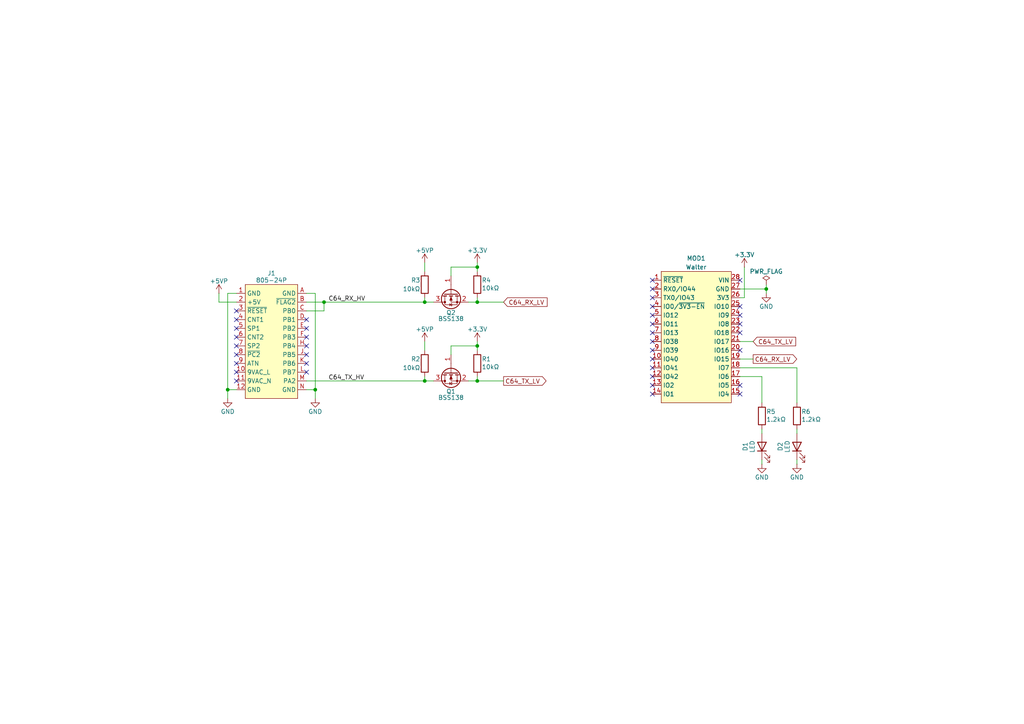
<source format=kicad_sch>
(kicad_sch (version 20250114) (generator "eeschema") (generator_version "9.0")
  (paper "A4")
  (title_block (title "C64 Cellular Expansion") (date "2025-10-10") (rev "1.0.0") (company "DPTechnics BV") (comment 1 "Engineer: Daan Pape"))
  (lib_symbols
    (symbol "Device:LED" (pin_numbers (hide yes)) (pin_names (offset 1.016) (hide yes))
      (property "Reference" "D" (at 0 2.54 0))
      (property "Value" "LED" (at 0 -2.54 0))
      (symbol "LED_0_1"
        (polyline (pts (xy -3.048 -0.762) (xy -4.572 -2.286) (xy -3.81 -2.286) (xy -4.572 -2.286) (xy -4.572 -1.524)))
        (polyline (pts (xy -1.778 -0.762) (xy -3.302 -2.286) (xy -2.54 -2.286) (xy -3.302 -2.286) (xy -3.302 -1.524)))
        (polyline (pts (xy -1.27 0) (xy 1.27 0)))
        (polyline (pts (xy -1.27 -1.27) (xy -1.27 1.27)) (stroke (width 0.254)))
        (polyline (pts (xy 1.27 -1.27) (xy 1.27 1.27) (xy -1.27 0) (xy 1.27 -1.27)) (stroke (width 0.254)))
      )
      (symbol "LED_1_1"
        (pin passive line (at -3.81 0 0) (length 2.54) (name "K") (number "1"))
        (pin passive line (at 3.81 0 180) (length 2.54) (name "A") (number "2"))
      )
    )
    (symbol "Device:R" (pin_numbers (hide yes)) (pin_names (offset 0))
      (property "Reference" "R" (at 2.032 0 90))
      (property "Value" "R" (at 0 0 90))
      (symbol "R_0_1"
        (rectangle (start -1.016 -2.54) (end 1.016 2.54) (stroke (width 0.254)))
      )
      (symbol "R_1_1"
        (pin passive line (at 0 3.81 270) (length 1.27) (name "~") (number "1"))
        (pin passive line (at 0 -3.81 90) (length 1.27) (name "~") (number "2"))
      )
    )
    (symbol "Transistor_FET:BSS138" (pin_names (offset 0) (hide yes))
      (property "Reference" "Q" (at 5.08 1.905 0))
      (property "Value" "BSS138" (at 5.08 0 0))
      (symbol "BSS138_0_1"
        (polyline (pts (xy 0.254 1.905) (xy 0.254 -1.905)) (stroke (width 0.254)))
        (polyline (pts (xy 0.254 0) (xy -2.54 0)))
        (polyline (pts (xy 0.762 2.286) (xy 0.762 1.27)) (stroke (width 0.254)))
        (polyline (pts (xy 0.762 0.508) (xy 0.762 -0.508)) (stroke (width 0.254)))
        (polyline (pts (xy 0.762 -1.27) (xy 0.762 -2.286)) (stroke (width 0.254)))
        (polyline (pts (xy 0.762 -1.778) (xy 3.302 -1.778) (xy 3.302 1.778) (xy 0.762 1.778)))
        (polyline (pts (xy 1.016 0) (xy 2.032 0.381) (xy 2.032 -0.381) (xy 1.016 0)) (fill (type outline)))
        (circle (center 1.651 0) (radius 2.794) (stroke (width 0.254)))
        (polyline (pts (xy 2.54 2.54) (xy 2.54 1.778)))
        (circle (center 2.54 1.778) (radius 0.254) (fill (type outline)))
        (circle (center 2.54 -1.778) (radius 0.254) (fill (type outline)))
        (polyline (pts (xy 2.54 -2.54) (xy 2.54 0) (xy 0.762 0)))
        (polyline (pts (xy 2.921 0.381) (xy 3.683 0.381)))
        (polyline (pts (xy 3.302 0.381) (xy 2.921 -0.254) (xy 3.683 -0.254) (xy 3.302 0.381)))
      )
      (symbol "BSS138_1_1"
        (pin input line (at -5.08 0 0) (length 2.54) (name "G") (number "1"))
        (pin passive line (at 2.54 5.08 270) (length 2.54) (name "D") (number "3"))
        (pin passive line (at 2.54 -5.08 90) (length 2.54) (name "S") (number "2"))
      )
    )
    (symbol "power:+3.3V" (power) (pin_numbers (hide yes)) (pin_names (offset 0) (hide yes))
      (property "Value" "+3.3V" (at 0 3.556 0))
      (symbol "+3.3V_0_1"
        (polyline (pts (xy -0.762 1.27) (xy 0 2.54)))
        (polyline (pts (xy 0 2.54) (xy 0.762 1.27)))
        (polyline (pts (xy 0 0) (xy 0 2.54)))
      )
      (symbol "+3.3V_1_1"
        (pin power_in line (at 0 0 90) (length 0) (name "~") (number "1"))
      )
    )
    (symbol "power:+5VP" (power) (pin_numbers (hide yes)) (pin_names (offset 0) (hide yes))
      (property "Value" "+5VP" (at 0 3.556 0))
      (symbol "+5VP_0_1"
        (polyline (pts (xy -0.762 1.27) (xy 0 2.54)))
        (polyline (pts (xy 0 2.54) (xy 0.762 1.27)))
        (polyline (pts (xy 0 0) (xy 0 2.54)))
      )
      (symbol "+5VP_1_1"
        (pin power_in line (at 0 0 90) (length 0) (name "~") (number "1"))
      )
    )
    (symbol "power:GND" (power) (pin_numbers (hide yes)) (pin_names (offset 0) (hide yes))
      (property "Value" "GND" (at 0 -3.81 0))
      (symbol "GND_0_1"
        (polyline (pts (xy 0 0) (xy 0 -1.27) (xy 1.27 -1.27) (xy 0 -2.54) (xy -1.27 -1.27) (xy 0 -1.27)))
      )
      (symbol "GND_1_1"
        (pin power_in line (at 0 0 270) (length 0) (name "~") (number "1"))
      )
    )
    (symbol "power:PWR_FLAG" (power) (pin_numbers (hide yes)) (pin_names (offset 0) (hide yes))
      (property "Value" "PWR_FLAG" (at 0 3.81 0))
      (symbol "PWR_FLAG_0_0"
        (pin power_out line (at 0 0 90) (length 0) (name "~") (number "1"))
      )
      (symbol "PWR_FLAG_0_1"
        (polyline (pts (xy 0 0) (xy 0 1.27) (xy -1.016 1.905) (xy 0 2.54) (xy 1.016 1.905) (xy 0 1.27)))
      )
    )
    (symbol "symbols:805-24P"
      (property "Reference" "J" (at 0 19.685 0))
      (property "Value" "805-24P" (at 0 17.78 0))
      (symbol "805-24P_0_1"
        (rectangle (start -7.62 16.51) (end 7.62 -16.51) (fill (type background)))
      )
      (symbol "805-24P_1_1"
        (pin passive line (at -10.16 13.97 0) (length 2.54) (name "GND") (number "1"))
        (pin power_out line (at -10.16 11.43 0) (length 2.54) (name "+5V") (number "2"))
        (pin bidirectional line (at -10.16 8.89 0) (length 2.54) (name "~{RESET}") (number "3"))
        (pin bidirectional line (at -10.16 6.35 0) (length 2.54) (name "CNT1") (number "4"))
        (pin bidirectional line (at -10.16 3.81 0) (length 2.54) (name "SP1") (number "5"))
        (pin bidirectional line (at -10.16 1.27 0) (length 2.54) (name "CNT2") (number "6"))
        (pin bidirectional line (at -10.16 -1.27 0) (length 2.54) (name "SP2") (number "7"))
        (pin output line (at -10.16 -3.81 0) (length 2.54) (name "~{PC2}") (number "8"))
        (pin input line (at -10.16 -6.35 0) (length 2.54) (name "ATN") (number "9"))
        (pin power_out line (at -10.16 -8.89 0) (length 2.54) (name "9VAC_L") (number "10"))
        (pin power_out line (at -10.16 -11.43 0) (length 2.54) (name "9VAC_N") (number "11"))
        (pin passive line (at -10.16 -13.97 0) (length 2.54) (name "GND") (number "12"))
        (pin passive line (at 10.16 13.97 180) (length 2.54) (name "GND") (number "A"))
        (pin output line (at 10.16 11.43 180) (length 2.54) (name "~{FLAG2}") (number "B"))
        (pin bidirectional line (at 10.16 8.89 180) (length 2.54) (name "PB0") (number "C"))
        (pin bidirectional line (at 10.16 6.35 180) (length 2.54) (name "PB1") (number "D"))
        (pin bidirectional line (at 10.16 3.81 180) (length 2.54) (name "PB2") (number "E"))
        (pin bidirectional line (at 10.16 1.27 180) (length 2.54) (name "PB3") (number "F"))
        (pin bidirectional line (at 10.16 -1.27 180) (length 2.54) (name "PB4") (number "H"))
        (pin bidirectional line (at 10.16 -3.81 180) (length 2.54) (name "PB5") (number "J"))
        (pin bidirectional line (at 10.16 -6.35 180) (length 2.54) (name "PB6") (number "K"))
        (pin bidirectional line (at 10.16 -8.89 180) (length 2.54) (name "PB7") (number "L"))
        (pin bidirectional line (at 10.16 -11.43 180) (length 2.54) (name "PA2") (number "M"))
        (pin passive line (at 10.16 -13.97 180) (length 2.54) (name "GND") (number "N"))
      )
    )
    (symbol "symbols:Walter"
      (property "Reference" "MOD" (at 0 20.955 0))
      (property "Value" "Walter" (at 0 19.05 0))
      (symbol "Walter_0_1"
        (rectangle (start -10.16 17.78) (end 10.16 -20.32) (stroke (width 0.1524)) (fill (type background)))
      )
      (symbol "Walter_1_1"
        (pin input line (at -12.7 15.24 0) (length 2.54) (name "~{RESET}") (number "1"))
        (pin bidirectional line (at -12.7 12.7 0) (length 2.54) (name "RX0/IO44") (number "2"))
        (pin bidirectional line (at -12.7 10.16 0) (length 2.54) (name "TX0/IO43") (number "3"))
        (pin bidirectional line (at -12.7 7.62 0) (length 2.54) (name "IO0/~{3V3-EN}") (number "4"))
        (pin bidirectional line (at -12.7 5.08 0) (length 2.54) (name "IO12") (number "5"))
        (pin bidirectional line (at -12.7 2.54 0) (length 2.54) (name "IO11") (number "6"))
        (pin bidirectional line (at -12.7 0 0) (length 2.54) (name "IO13") (number "7"))
        (pin bidirectional line (at -12.7 -2.54 0) (length 2.54) (name "IO38") (number "8"))
        (pin bidirectional line (at -12.7 -5.08 0) (length 2.54) (name "IO39") (number "9"))
        (pin input line (at -12.7 -7.62 0) (length 2.54) (name "IO40") (number "10"))
        (pin bidirectional line (at -12.7 -10.16 0) (length 2.54) (name "IO41") (number "11"))
        (pin bidirectional line (at -12.7 -12.7 0) (length 2.54) (name "IO42") (number "12"))
        (pin bidirectional line (at -12.7 -15.24 0) (length 2.54) (name "IO2") (number "13"))
        (pin bidirectional line (at -12.7 -17.78 0) (length 2.54) (name "IO1") (number "14"))
        (pin power_in line (at 12.7 15.24 180) (length 2.54) (name "VIN") (number "28"))
        (pin power_in line (at 12.7 12.7 180) (length 2.54) (name "GND") (number "27"))
        (pin power_out line (at 12.7 10.16 180) (length 2.54) (name "3V3") (number "26"))
        (pin bidirectional line (at 12.7 7.62 180) (length 2.54) (name "IO10") (number "25"))
        (pin bidirectional line (at 12.7 5.08 180) (length 2.54) (name "IO9") (number "24"))
        (pin bidirectional line (at 12.7 2.54 180) (length 2.54) (name "IO8") (number "23"))
        (pin bidirectional line (at 12.7 0 180) (length 2.54) (name "IO18") (number "22"))
        (pin bidirectional line (at 12.7 -2.54 180) (length 2.54) (name "IO17") (number "21"))
        (pin bidirectional line (at 12.7 -5.08 180) (length 2.54) (name "IO16") (number "20"))
        (pin bidirectional line (at 12.7 -7.62 180) (length 2.54) (name "IO15") (number "19"))
        (pin bidirectional line (at 12.7 -10.16 180) (length 2.54) (name "IO7") (number "18"))
        (pin bidirectional line (at 12.7 -12.7 180) (length 2.54) (name "IO6") (number "17"))
        (pin bidirectional line (at 12.7 -15.24 180) (length 2.54) (name "IO5") (number "16"))
        (pin bidirectional line (at 12.7 -17.78 180) (length 2.54) (name "IO4") (number "15"))
      )
    )
  )
  (junction (at 138.43 77.47))
  (junction (at 93.98 87.63))
  (junction (at 91.44 113.03))
  (junction (at 222.25 83.82))
  (junction (at 138.43 100.33))
  (junction (at 123.19 110.49))
  (junction (at 138.43 87.63))
  (junction (at 123.19 87.63))
  (junction (at 138.43 110.49))
  (junction (at 66.04 113.03))
  (no_connect (at 68.58 110.49))
  (no_connect (at 88.9 95.25))
  (no_connect (at 214.63 91.44))
  (no_connect (at 189.23 106.68))
  (no_connect (at 189.23 86.36))
  (no_connect (at 189.23 83.82))
  (no_connect (at 189.23 104.14))
  (no_connect (at 189.23 114.3))
  (no_connect (at 68.58 97.79))
  (no_connect (at 68.58 92.71))
  (no_connect (at 88.9 107.95))
  (no_connect (at 68.58 95.25))
  (no_connect (at 68.58 100.33))
  (no_connect (at 189.23 111.76))
  (no_connect (at 88.9 100.33))
  (no_connect (at 68.58 90.17))
  (no_connect (at 214.63 96.52))
  (no_connect (at 189.23 96.52))
  (no_connect (at 189.23 109.22))
  (no_connect (at 189.23 99.06))
  (no_connect (at 88.9 92.71))
  (no_connect (at 214.63 81.28))
  (no_connect (at 68.58 107.95))
  (no_connect (at 214.63 93.98))
  (no_connect (at 68.58 102.87))
  (no_connect (at 189.23 101.6))
  (no_connect (at 88.9 105.41))
  (no_connect (at 189.23 91.44))
  (no_connect (at 189.23 93.98))
  (no_connect (at 189.23 88.9))
  (no_connect (at 189.23 81.28))
  (no_connect (at 214.63 101.6))
  (no_connect (at 68.58 105.41))
  (no_connect (at 214.63 111.76))
  (no_connect (at 88.9 102.87))
  (no_connect (at 88.9 97.79))
  (no_connect (at 214.63 114.3))
  (no_connect (at 214.63 88.9))
  (wire (pts (xy 220.98 133.35) (xy 220.98 134.62)))
  (wire (pts (xy 138.43 109.22) (xy 138.43 110.49)))
  (wire (pts (xy 93.98 87.63) (xy 123.19 87.63)))
  (wire (pts (xy 123.19 99.06) (xy 123.19 101.6)))
  (wire (pts (xy 218.44 99.06) (xy 214.63 99.06)))
  (wire (pts (xy 231.14 124.46) (xy 231.14 125.73)))
  (wire (pts (xy 66.04 113.03) (xy 66.04 115.57)))
  (wire (pts (xy 125.73 87.63) (xy 123.19 87.63)))
  (wire (pts (xy 135.89 87.63) (xy 138.43 87.63)))
  (wire (pts (xy 214.63 83.82) (xy 222.25 83.82)))
  (wire (pts (xy 88.9 87.63) (xy 93.98 87.63)))
  (wire (pts (xy 138.43 78.74) (xy 138.43 77.47)))
  (wire (pts (xy 93.98 87.63) (xy 93.98 90.17)))
  (wire (pts (xy 138.43 77.47) (xy 130.81 77.47)))
  (wire (pts (xy 123.19 87.63) (xy 123.19 86.36)))
  (wire (pts (xy 88.9 110.49) (xy 123.19 110.49)))
  (wire (pts (xy 63.5 85.09) (xy 63.5 87.63)))
  (wire (pts (xy 138.43 110.49) (xy 146.05 110.49)))
  (wire (pts (xy 220.98 109.22) (xy 220.98 116.84)))
  (wire (pts (xy 231.14 106.68) (xy 231.14 116.84)))
  (wire (pts (xy 138.43 101.6) (xy 138.43 100.33)))
  (wire (pts (xy 138.43 99.06) (xy 138.43 100.33)))
  (wire (pts (xy 220.98 124.46) (xy 220.98 125.73)))
  (wire (pts (xy 123.19 110.49) (xy 123.19 109.22)))
  (wire (pts (xy 222.25 83.82) (xy 222.25 85.09)))
  (wire (pts (xy 138.43 100.33) (xy 130.81 100.33)))
  (wire (pts (xy 138.43 86.36) (xy 138.43 87.63)))
  (wire (pts (xy 88.9 90.17) (xy 93.98 90.17)))
  (wire (pts (xy 138.43 76.2) (xy 138.43 77.47)))
  (wire (pts (xy 91.44 113.03) (xy 91.44 115.57)))
  (wire (pts (xy 66.04 85.09) (xy 66.04 113.03)))
  (wire (pts (xy 68.58 85.09) (xy 66.04 85.09)))
  (wire (pts (xy 135.89 110.49) (xy 138.43 110.49)))
  (wire (pts (xy 218.44 104.14) (xy 214.63 104.14)))
  (wire (pts (xy 123.19 76.2) (xy 123.19 78.74)))
  (wire (pts (xy 231.14 133.35) (xy 231.14 134.62)))
  (wire (pts (xy 222.25 82.55) (xy 222.25 83.82)))
  (wire (pts (xy 214.63 86.36) (xy 215.9 86.36)))
  (wire (pts (xy 91.44 85.09) (xy 91.44 113.03)))
  (wire (pts (xy 220.98 109.22) (xy 214.63 109.22)))
  (wire (pts (xy 68.58 113.03) (xy 66.04 113.03)))
  (wire (pts (xy 130.81 100.33) (xy 130.81 102.87)))
  (wire (pts (xy 88.9 85.09) (xy 91.44 85.09)))
  (wire (pts (xy 138.43 87.63) (xy 146.05 87.63)))
  (wire (pts (xy 231.14 106.68) (xy 214.63 106.68)))
  (wire (pts (xy 63.5 87.63) (xy 68.58 87.63)))
  (wire (pts (xy 215.9 86.36) (xy 215.9 77.47)))
  (wire (pts (xy 130.81 77.47) (xy 130.81 80.01)))
  (wire (pts (xy 88.9 113.03) (xy 91.44 113.03)))
  (wire (pts (xy 125.73 110.49) (xy 123.19 110.49)))
  (label "C64_TX_HV" (at 95.25 110.49 0))
  (label "C64_RX_HV" (at 95.25 87.63 0))
  (global_label "C64_TX_LV" (shape output) (at 146.05 110.49 0) (property "Intersheetrefs" "${INTERSHEET_REFS}" (effects (hide yes))))
  (global_label "C64_RX_LV" (shape output) (at 218.44 104.14 0) (property "Intersheetrefs" "${INTERSHEET_REFS}" (effects (hide yes))))
  (global_label "C64_RX_LV" (shape input) (at 146.05 87.63 0) (property "Intersheetrefs" "${INTERSHEET_REFS}" (effects (hide yes))))
  (global_label "C64_TX_LV" (shape input) (at 218.44 99.06 0) (property "Intersheetrefs" "${INTERSHEET_REFS}" (effects (hide yes))))
  (symbol (lib_id "symbols:Walter") (at 201.93 96.52 0) (unit 1)
    (property "Reference" "MOD1" (at 201.93 74.93 0))
    (property "Value" "Walter" (at 201.93 77.47 0))
    (property "Footprint" "footprints:walter-socket" (effects (hide yes)))
    (property "Datasheet" "https://quickspot.io/datasheet/walter_datasheet.pdf" (effects (hide yes)))
  )
  (symbol (lib_id "power:+5VP") (at 123.19 99.06 0) (unit 1)
    (property "Reference" "#PWR06" (effects (hide yes)))
    (property "Value" "+5VP" (at 123.19 95.504 0))
    (property "Description" "Power symbol creates a global label with name \"+5VP\"" (effects (hide yes)))
  )
  (symbol (lib_id "Device:R") (at 123.19 105.41 0) (mirror y) (unit 1)
    (property "Reference" "R2" (at 121.92 104.14 0) (effects (justify left)))
    (property "Value" "10kΩ" (at 121.92 106.68 0) (effects (justify left)))
    (property "Footprint" "Resistor_SMD:R_0603_1608Metric" (effects (hide yes)))
    (property "Description" "Resistor" (effects (hide yes)))
  )
  (symbol (lib_id "Device:R") (at 220.98 120.65 0) (mirror y) (unit 1)
    (property "Reference" "R5" (at 222.25 119.38 0) (effects (justify right)))
    (property "Value" "1.2kΩ" (at 222.25 121.666 0) (effects (justify right)))
    (property "Footprint" "Resistor_SMD:R_0603_1608Metric" (effects (hide yes)))
    (property "Description" "Resistor" (effects (hide yes)))
  )
  (symbol (lib_id "Device:R") (at 231.14 120.65 0) (mirror y) (unit 1)
    (property "Reference" "R6" (at 232.41 119.38 0) (effects (justify right)))
    (property "Value" "1.2kΩ" (at 232.41 121.666 0) (effects (justify right)))
    (property "Footprint" "Resistor_SMD:R_0603_1608Metric" (effects (hide yes)))
    (property "Description" "Resistor" (effects (hide yes)))
  )
  (symbol (lib_id "power:GND") (at 222.25 85.09 0) (unit 1)
    (property "Reference" "#PWR04" (effects (hide yes)))
    (property "Value" "GND" (at 222.25 88.9 0))
    (property "Description" "Power symbol creates a global label with name \"GND\" , ground" (effects (hide yes)))
  )
  (symbol (lib_id "power:GND") (at 91.44 115.57 0) (unit 1)
    (property "Reference" "#PWR01" (effects (hide yes)))
    (property "Value" "GND" (at 91.44 119.38 0))
    (property "Description" "Power symbol creates a global label with name \"GND\" , ground" (effects (hide yes)))
  )
  (symbol (lib_id "power:PWR_FLAG") (at 222.25 82.55 0) (unit 1)
    (property "Reference" "#FLG01" (effects (hide yes)))
    (property "Value" "PWR_FLAG" (at 222.25 78.74 0))
    (property "Description" "Special symbol for telling ERC where power comes from" (effects (hide yes)))
  )
  (symbol (lib_id "Device:R") (at 138.43 105.41 0) (mirror y) (unit 1)
    (property "Reference" "R1" (at 139.7 104.14 0) (effects (justify right)))
    (property "Value" "10kΩ" (at 139.7 106.426 0) (effects (justify right)))
    (property "Footprint" "Resistor_SMD:R_0603_1608Metric" (effects (hide yes)))
    (property "Description" "Resistor" (effects (hide yes)))
  )
  (symbol (lib_id "power:GND") (at 220.98 134.62 0) (unit 1)
    (property "Reference" "#PWR010" (effects (hide yes)))
    (property "Value" "GND" (at 220.98 138.43 0))
    (property "Description" "Power symbol creates a global label with name \"GND\" , ground" (effects (hide yes)))
  )
  (symbol (lib_id "Device:R") (at 138.43 82.55 0) (mirror y) (unit 1)
    (property "Reference" "R4" (at 139.7 81.28 0) (effects (justify right)))
    (property "Value" "10kΩ" (at 139.7 83.566 0) (effects (justify right)))
    (property "Footprint" "Resistor_SMD:R_0603_1608Metric" (effects (hide yes)))
    (property "Description" "Resistor" (effects (hide yes)))
  )
  (symbol (lib_id "power:GND") (at 66.04 115.57 0) (unit 1)
    (property "Reference" "#PWR02" (effects (hide yes)))
    (property "Value" "GND" (at 66.04 119.38 0))
    (property "Description" "Power symbol creates a global label with name \"GND\" , ground" (effects (hide yes)))
  )
  (symbol (lib_id "power:+3.3V") (at 138.43 99.06 0) (unit 1)
    (property "Reference" "#PWR07" (effects (hide yes)))
    (property "Value" "+3.3V" (at 138.43 95.504 0))
    (property "Description" "Power symbol creates a global label with name \"+3.3V\"" (effects (hide yes)))
  )
  (symbol (lib_id "Device:R") (at 123.19 82.55 0) (mirror y) (unit 1)
    (property "Reference" "R3" (at 121.92 81.28 0) (effects (justify left)))
    (property "Value" "10kΩ" (at 121.92 83.82 0) (effects (justify left)))
    (property "Footprint" "Resistor_SMD:R_0603_1608Metric" (effects (hide yes)))
    (property "Description" "Resistor" (effects (hide yes)))
  )
  (symbol (lib_id "Device:LED") (at 231.14 129.54 90) (unit 1)
    (property "Reference" "D2" (at 226.314 129.54 0))
    (property "Value" "LED" (at 228.346 129.54 0))
    (property "Footprint" "LED_SMD:LED_0603_1608Metric" (effects (hide yes)))
    (property "Description" "Light emitting diode" (effects (hide yes)))
    (property "Sim.Pins" "1=K 2=A" (effects (hide yes)))
  )
  (symbol (lib_id "power:+5VP") (at 63.5 85.09 0) (unit 1)
    (property "Reference" "#PWR03" (effects (hide yes)))
    (property "Value" "+5VP" (at 63.5 81.534 0))
    (property "Description" "Power symbol creates a global label with name \"+5VP\"" (effects (hide yes)))
  )
  (symbol (lib_id "power:+3.3V") (at 215.9 77.47 0) (unit 1)
    (property "Reference" "#PWR05" (effects (hide yes)))
    (property "Value" "+3.3V" (at 215.9 73.914 0))
    (property "Description" "Power symbol creates a global label with name \"+3.3V\"" (effects (hide yes)))
  )
  (symbol (lib_id "Transistor_FET:BSS138") (at 130.81 85.09 90) (mirror x) (unit 1)
    (property "Reference" "Q2" (at 130.81 90.678 90))
    (property "Value" "BSS138" (at 130.81 92.456 90))
    (property "Footprint" "footprints:BSS138" (effects (hide yes)))
    (property "Datasheet" "https://www.onsemi.com/pub/Collateral/BSS138-D.PDF" (effects (hide yes)))
    (property "Description" "50V Vds, 0.22A Id, N-Channel MOSFET, SOT-23" (effects (hide yes)))
  )
  (symbol (lib_id "Device:LED") (at 220.98 129.54 90) (unit 1)
    (property "Reference" "D1" (at 216.154 129.54 0))
    (property "Value" "LED" (at 218.186 129.54 0))
    (property "Footprint" "LED_SMD:LED_0603_1608Metric" (effects (hide yes)))
    (property "Description" "Light emitting diode" (effects (hide yes)))
    (property "Sim.Pins" "1=K 2=A" (effects (hide yes)))
  )
  (symbol (lib_id "power:+3.3V") (at 138.43 76.2 0) (unit 1)
    (property "Reference" "#PWR09" (effects (hide yes)))
    (property "Value" "+3.3V" (at 138.43 72.644 0))
    (property "Description" "Power symbol creates a global label with name \"+3.3V\"" (effects (hide yes)))
  )
  (symbol (lib_id "Transistor_FET:BSS138") (at 130.81 107.95 90) (mirror x) (unit 1)
    (property "Reference" "Q1" (at 130.81 113.538 90))
    (property "Value" "BSS138" (at 130.81 115.316 90))
    (property "Footprint" "footprints:BSS138" (effects (hide yes)))
    (property "Datasheet" "https://www.onsemi.com/pub/Collateral/BSS138-D.PDF" (effects (hide yes)))
    (property "Description" "50V Vds, 0.22A Id, N-Channel MOSFET, SOT-23" (effects (hide yes)))
  )
  (symbol (lib_id "power:+5VP") (at 123.19 76.2 0) (unit 1)
    (property "Reference" "#PWR08" (effects (hide yes)))
    (property "Value" "+5VP" (at 123.19 72.644 0))
    (property "Description" "Power symbol creates a global label with name \"+5VP\"" (effects (hide yes)))
  )
  (symbol (lib_id "symbols:805-24P") (at 78.74 99.06 0) (unit 1)
    (property "Reference" "J1" (at 78.74 79.248 0))
    (property "Value" "805-24P" (at 78.74 81.28 0))
    (property "Footprint" "footprints:805-24P" (effects (hide yes)))
    (property "Description" "Commodore 64 user port connector" (effects (hide yes)))
  )
  (symbol (lib_id "power:GND") (at 231.14 134.62 0) (unit 1)
    (property "Reference" "#PWR011" (effects (hide yes)))
    (property "Value" "GND" (at 231.14 138.43 0))
    (property "Description" "Power symbol creates a global label with name \"GND\" , ground" (effects (hide yes)))
  )
)
</source>
